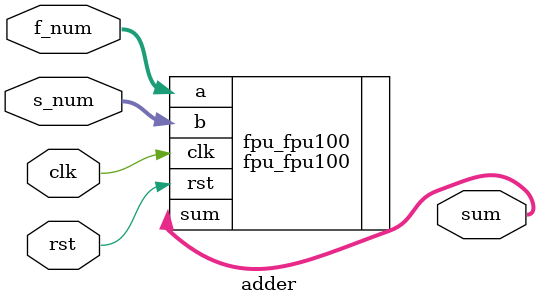
<source format=sv>


module adder (
    input logic clk,
    input logic rst,
    input logic [31:0] f_num,//First number
    input logic [31:0] s_num,//Second number
    output logic [31:0] sum// sum

); 
fpu_fpu100 fpu_fpu100 (
    .clk(clk),
    .rst(rst),
    .a(f_num),
    .b(s_num),
    .sum(sum)
  );

endmodule

</source>
